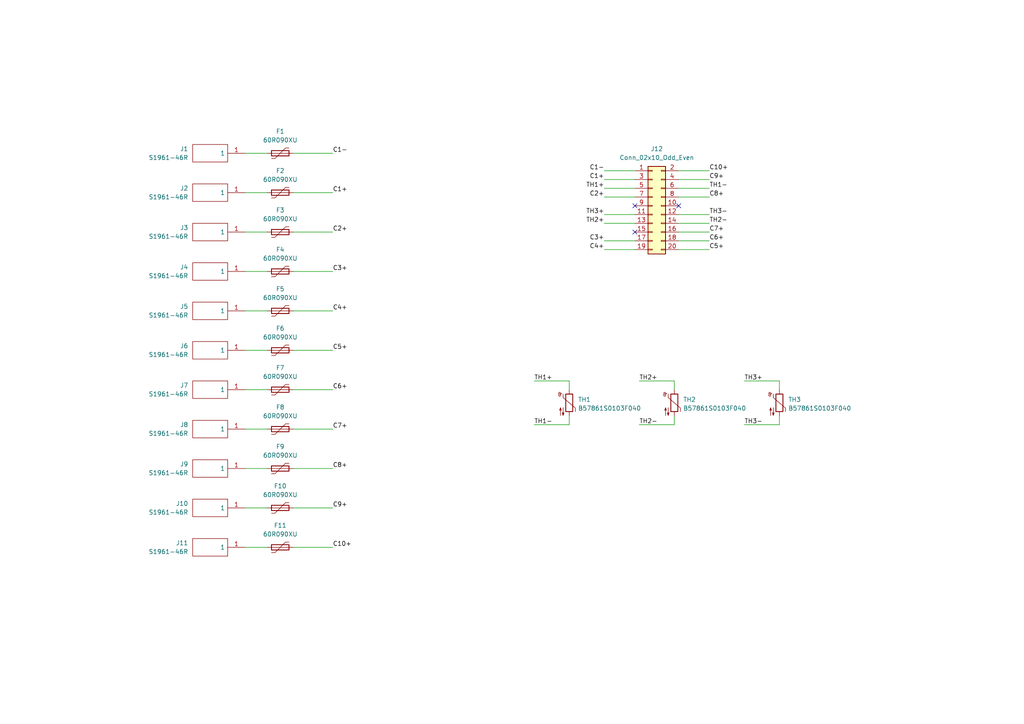
<source format=kicad_sch>
(kicad_sch (version 20230121) (generator eeschema)
  (paper "A4")
  (title_block (title "Accumulator Management System Measurement Board") (date "2023-08-12") (rev "${REVISION}") (company "Author: Bartłomiej Dymaczewski") (comment 1 "Reviewer:"))
  (lib_symbols
    (symbol "Connector_Generic:Conn_02x10_Odd_Even" (pin_names (offset 1.016) hide)
      (property "Reference" "J" (at 1.27 12.7 0))
      (property "Value" "Conn_02x10_Odd_Even" (at 1.27 -15.24 0))
      (symbol "Conn_02x10_Odd_Even_1_1"
        (rectangle (start -1.27 -12.573) (end 0 -12.827) (stroke (width 0.1524)))
        (rectangle (start -1.27 -10.033) (end 0 -10.287) (stroke (width 0.1524)))
        (rectangle (start -1.27 -7.493) (end 0 -7.747) (stroke (width 0.1524)))
        (rectangle (start -1.27 -4.953) (end 0 -5.207) (stroke (width 0.1524)))
        (rectangle (start -1.27 -2.413) (end 0 -2.667) (stroke (width 0.1524)))
        (rectangle (start -1.27 0.127) (end 0 -0.127) (stroke (width 0.1524)))
        (rectangle (start -1.27 2.667) (end 0 2.413) (stroke (width 0.1524)))
        (rectangle (start -1.27 5.207) (end 0 4.953) (stroke (width 0.1524)))
        (rectangle (start -1.27 7.747) (end 0 7.493) (stroke (width 0.1524)))
        (rectangle (start -1.27 10.287) (end 0 10.033) (stroke (width 0.1524)))
        (rectangle (start -1.27 11.43) (end 3.81 -13.97) (stroke (width 0.254)) (fill (type background)))
        (rectangle (start 3.81 -12.573) (end 2.54 -12.827) (stroke (width 0.1524)))
        (rectangle (start 3.81 -10.033) (end 2.54 -10.287) (stroke (width 0.1524)))
        (rectangle (start 3.81 -7.493) (end 2.54 -7.747) (stroke (width 0.1524)))
        (rectangle (start 3.81 -4.953) (end 2.54 -5.207) (stroke (width 0.1524)))
        (rectangle (start 3.81 -2.413) (end 2.54 -2.667) (stroke (width 0.1524)))
        (rectangle (start 3.81 0.127) (end 2.54 -0.127) (stroke (width 0.1524)))
        (rectangle (start 3.81 2.667) (end 2.54 2.413) (stroke (width 0.1524)))
        (rectangle (start 3.81 5.207) (end 2.54 4.953) (stroke (width 0.1524)))
        (rectangle (start 3.81 7.747) (end 2.54 7.493) (stroke (width 0.1524)))
        (rectangle (start 3.81 10.287) (end 2.54 10.033) (stroke (width 0.1524)))
        (pin passive line (at -5.08 10.16 0) (length 3.81) (name "Pin_1") (number "1"))
        (pin passive line (at 7.62 0 180) (length 3.81) (name "Pin_10") (number "10"))
        (pin passive line (at -5.08 -2.54 0) (length 3.81) (name "Pin_11") (number "11"))
        (pin passive line (at 7.62 -2.54 180) (length 3.81) (name "Pin_12") (number "12"))
        (pin passive line (at -5.08 -5.08 0) (length 3.81) (name "Pin_13") (number "13"))
        (pin passive line (at 7.62 -5.08 180) (length 3.81) (name "Pin_14") (number "14"))
        (pin passive line (at -5.08 -7.62 0) (length 3.81) (name "Pin_15") (number "15"))
        (pin passive line (at 7.62 -7.62 180) (length 3.81) (name "Pin_16") (number "16"))
        (pin passive line (at -5.08 -10.16 0) (length 3.81) (name "Pin_17") (number "17"))
        (pin passive line (at 7.62 -10.16 180) (length 3.81) (name "Pin_18") (number "18"))
        (pin passive line (at -5.08 -12.7 0) (length 3.81) (name "Pin_19") (number "19"))
        (pin passive line (at 7.62 10.16 180) (length 3.81) (name "Pin_2") (number "2"))
        (pin passive line (at 7.62 -12.7 180) (length 3.81) (name "Pin_20") (number "20"))
        (pin passive line (at -5.08 7.62 0) (length 3.81) (name "Pin_3") (number "3"))
        (pin passive line (at 7.62 7.62 180) (length 3.81) (name "Pin_4") (number "4"))
        (pin passive line (at -5.08 5.08 0) (length 3.81) (name "Pin_5") (number "5"))
        (pin passive line (at 7.62 5.08 180) (length 3.81) (name "Pin_6") (number "6"))
        (pin passive line (at -5.08 2.54 0) (length 3.81) (name "Pin_7") (number "7"))
        (pin passive line (at 7.62 2.54 180) (length 3.81) (name "Pin_8") (number "8"))
        (pin passive line (at -5.08 0 0) (length 3.81) (name "Pin_9") (number "9"))
      )
    )
    (symbol "Device:Polyfuse" (pin_numbers hide) (pin_names (offset 0))
      (property "Reference" "F" (at -2.54 0 90))
      (property "Value" "Polyfuse" (at 2.54 0 90))
      (symbol "Polyfuse_0_1"
        (rectangle (start -0.762 2.54) (end 0.762 -2.54) (stroke (width 0.254)))
        (polyline (pts (xy 0 2.54) (xy 0 -2.54)))
        (polyline (pts (xy -1.524 2.54) (xy -1.524 1.524) (xy 1.524 -1.524) (xy 1.524 -2.54)))
      )
      (symbol "Polyfuse_1_1"
        (pin passive line (at 0 3.81 270) (length 1.27) (name "~") (number "1"))
        (pin passive line (at 0 -3.81 90) (length 1.27) (name "~") (number "2"))
      )
    )
    (symbol "Device:Thermistor_NTC" (pin_numbers hide) (pin_names (offset 0))
      (property "Reference" "TH" (at -4.445 0 90))
      (property "Value" "Thermistor_NTC" (at 3.175 0 90))
      (symbol "Thermistor_NTC_0_1"
        (arc (start -3.048 2.159) (mid -3.0495 2.3143) (end -3.175 2.413))
        (arc (start -3.048 2.159) (mid -2.9736 1.9794) (end -2.794 1.905))
        (arc (start -3.048 2.794) (mid -2.9736 2.6144) (end -2.794 2.54))
        (arc (start -2.794 1.905) (mid -2.6144 1.9794) (end -2.54 2.159))
        (arc (start -2.794 2.54) (mid -2.4393 2.5587) (end -2.159 2.794))
        (arc (start -2.794 3.048) (mid -2.9736 2.9736) (end -3.048 2.794))
        (arc (start -2.54 2.794) (mid -2.6144 2.9736) (end -2.794 3.048))
        (rectangle (start -1.016 2.54) (end 1.016 -2.54) (stroke (width 0.254)))
        (polyline (pts (xy -2.54 2.159) (xy -2.54 2.794)))
        (polyline (pts (xy -1.778 2.54) (xy -1.778 1.524) (xy 1.778 -1.524) (xy 1.778 -2.54)))
        (polyline (pts (xy -2.54 -3.683) (xy -2.54 -1.397) (xy -2.794 -2.159) (xy -2.286 -2.159) (xy -2.54 -1.397) (xy -2.54 -1.651)) (fill (type outline)))
        (polyline (pts (xy -1.778 -1.397) (xy -1.778 -3.683) (xy -2.032 -2.921) (xy -1.524 -2.921) (xy -1.778 -3.683) (xy -1.778 -3.429)) (fill (type outline)))
      )
      (symbol "Thermistor_NTC_1_1"
        (pin passive line (at 0 3.81 270) (length 1.27) (name "~") (number "1"))
        (pin passive line (at 0 -3.81 90) (length 1.27) (name "~") (number "2"))
      )
    )
    (symbol "Spring_contant:S1961-46R" (pin_names (offset 0.762))
      (property "Reference" "J" (at 16.51 7.62 0))
      (property "Value" "S1961-46R" (at 16.51 5.08 0))
      (symbol "S1961-46R_0_0"
        (pin passive line (at 0 0 0) (length 5.08) (name "1") (number "1"))
      )
      (symbol "S1961-46R_0_1"
        (polyline (pts (xy 5.08 2.54) (xy 15.24 2.54) (xy 15.24 -2.54) (xy 5.08 -2.54) (xy 5.08 2.54)) (stroke (width 0.1524)))
      )
    )
  )
  (no_connect (at 196.85 59.69))
  (no_connect (at 184.15 67.31))
  (no_connect (at 184.15 59.69))
  (wire (pts (xy 71.12 101.6) (xy 77.47 101.6)))
  (wire (pts (xy 154.94 110.49) (xy 165.1 110.49)))
  (wire (pts (xy 85.09 44.45) (xy 96.52 44.45)))
  (wire (pts (xy 165.1 123.19) (xy 154.94 123.19)))
  (wire (pts (xy 71.12 90.17) (xy 77.47 90.17)))
  (wire (pts (xy 195.58 123.19) (xy 185.42 123.19)))
  (wire (pts (xy 85.09 90.17) (xy 96.52 90.17)))
  (wire (pts (xy 85.09 135.89) (xy 96.52 135.89)))
  (wire (pts (xy 196.85 67.31) (xy 205.74 67.31)))
  (wire (pts (xy 175.26 69.85) (xy 184.15 69.85)))
  (wire (pts (xy 165.1 110.49) (xy 165.1 113.03)))
  (wire (pts (xy 85.09 124.46) (xy 96.52 124.46)))
  (wire (pts (xy 175.26 62.23) (xy 184.15 62.23)))
  (wire (pts (xy 85.09 158.75) (xy 96.52 158.75)))
  (wire (pts (xy 175.26 49.53) (xy 184.15 49.53)))
  (wire (pts (xy 175.26 54.61) (xy 184.15 54.61)))
  (wire (pts (xy 71.12 78.74) (xy 77.47 78.74)))
  (wire (pts (xy 196.85 62.23) (xy 205.74 62.23)))
  (wire (pts (xy 85.09 147.32) (xy 96.52 147.32)))
  (wire (pts (xy 175.26 52.07) (xy 184.15 52.07)))
  (wire (pts (xy 226.06 120.65) (xy 226.06 123.19)))
  (wire (pts (xy 226.06 123.19) (xy 215.9 123.19)))
  (wire (pts (xy 175.26 72.39) (xy 184.15 72.39)))
  (wire (pts (xy 196.85 64.77) (xy 205.74 64.77)))
  (wire (pts (xy 71.12 44.45) (xy 77.47 44.45)))
  (wire (pts (xy 195.58 110.49) (xy 195.58 113.03)))
  (wire (pts (xy 71.12 67.31) (xy 77.47 67.31)))
  (wire (pts (xy 85.09 101.6) (xy 96.52 101.6)))
  (wire (pts (xy 85.09 78.74) (xy 96.52 78.74)))
  (wire (pts (xy 71.12 113.03) (xy 77.47 113.03)))
  (wire (pts (xy 185.42 110.49) (xy 195.58 110.49)))
  (wire (pts (xy 196.85 72.39) (xy 205.74 72.39)))
  (wire (pts (xy 71.12 124.46) (xy 77.47 124.46)))
  (wire (pts (xy 215.9 110.49) (xy 226.06 110.49)))
  (wire (pts (xy 175.26 57.15) (xy 184.15 57.15)))
  (wire (pts (xy 165.1 120.65) (xy 165.1 123.19)))
  (wire (pts (xy 196.85 49.53) (xy 205.74 49.53)))
  (wire (pts (xy 71.12 158.75) (xy 77.47 158.75)))
  (wire (pts (xy 71.12 135.89) (xy 77.47 135.89)))
  (wire (pts (xy 195.58 120.65) (xy 195.58 123.19)))
  (wire (pts (xy 71.12 55.88) (xy 77.47 55.88)))
  (wire (pts (xy 71.12 147.32) (xy 77.47 147.32)))
  (wire (pts (xy 175.26 64.77) (xy 184.15 64.77)))
  (wire (pts (xy 85.09 67.31) (xy 96.52 67.31)))
  (wire (pts (xy 85.09 113.03) (xy 96.52 113.03)))
  (wire (pts (xy 85.09 55.88) (xy 96.52 55.88)))
  (wire (pts (xy 196.85 52.07) (xy 205.74 52.07)))
  (wire (pts (xy 196.85 57.15) (xy 205.74 57.15)))
  (wire (pts (xy 196.85 54.61) (xy 205.74 54.61)))
  (wire (pts (xy 196.85 69.85) (xy 205.74 69.85)))
  (wire (pts (xy 226.06 110.49) (xy 226.06 113.03)))
  (label "C2+" (at 175.26 57.15 180))
  (label "C2+" (at 96.52 67.31 0))
  (label "C8+" (at 96.52 135.89 0))
  (label "C7+" (at 96.52 124.46 0))
  (label "C9+" (at 205.74 52.07 0))
  (label "TH3-" (at 205.74 62.23 0))
  (label "C8+" (at 205.74 57.15 0))
  (label "C1+" (at 175.26 52.07 180))
  (label "C1-" (at 96.52 44.45 0))
  (label "TH2+" (at 185.42 110.49 0))
  (label "C4+" (at 96.52 90.17 0))
  (label "TH1+" (at 175.26 54.61 180))
  (label "C5+" (at 96.52 101.6 0))
  (label "C4+" (at 175.26 72.39 180))
  (label "TH1+" (at 154.94 110.49 0))
  (label "C9+" (at 96.52 147.32 0))
  (label "TH3+" (at 175.26 62.23 180))
  (label "C5+" (at 205.74 72.39 0))
  (label "TH2-" (at 185.42 123.19 0))
  (label "C10+" (at 96.52 158.75 0))
  (label "C1-" (at 175.26 49.53 180))
  (label "TH1-" (at 205.74 54.61 0))
  (label "C3+" (at 175.26 69.85 180))
  (label "TH3-" (at 215.9 123.19 0))
  (label "C6+" (at 205.74 69.85 0))
  (label "TH3+" (at 215.9 110.49 0))
  (label "C3+" (at 96.52 78.74 0))
  (label "C6+" (at 96.52 113.03 0))
  (label "TH2+" (at 175.26 64.77 180))
  (label "TH2-" (at 205.74 64.77 0))
  (label "TH1-" (at 154.94 123.19 0))
  (label "C7+" (at 205.74 67.31 0))
  (label "C10+" (at 205.74 49.53 0))
  (label "C1+" (at 96.52 55.88 0))
  (symbol (lib_id "Spring_contant:S1961-46R") (at 71.12 113.03 0) (mirror y) (unit 1)
    (property "Reference" "J7" (at 54.61 111.76 0) (effects (justify left)))
    (property "Value" "S1961-46R" (at 54.61 114.3 0) (effects (justify left)))
    (property "Footprint" "Spring_Contact:S196146R" (effects hide))
    (property "Datasheet" "https://cdn.harwin.com/pdfs/S1961R.pdf" (effects hide))
    (property "Description" "Multi-Directional Spring Contact (also known as Grounding Contact or Shield Finger), SMT, 3.5mm high, tin" (effects hide))
    (property "Height" "3.75" (effects hide))
    (property "Mouser Part Number" "855-S1961-46R" (effects hide))
    (property "Mouser Price/Stock" "https://www.mouser.co.uk/ProductDetail/Harwin/S1961-46R?qs=iLbezkQI%252BsjUrs7v85zy7g%3D%3D" (effects hide))
    (property "Manufacturer_Name" "Harwin" (effects hide))
    (property "Manufacturer_Part_Number" "S1961-46R" (effects hide))
  )
  (symbol (lib_id "Spring_contant:S1961-46R") (at 71.12 67.31 0) (mirror y) (unit 1)
    (property "Reference" "J3" (at 54.61 66.04 0) (effects (justify left)))
    (property "Value" "S1961-46R" (at 54.61 68.58 0) (effects (justify left)))
    (property "Footprint" "Spring_Contact:S196146R" (effects hide))
    (property "Datasheet" "https://cdn.harwin.com/pdfs/S1961R.pdf" (effects hide))
    (property "Description" "Multi-Directional Spring Contact (also known as Grounding Contact or Shield Finger), SMT, 3.5mm high, tin" (effects hide))
    (property "Height" "3.75" (effects hide))
    (property "Mouser Part Number" "855-S1961-46R" (effects hide))
    (property "Mouser Price/Stock" "https://www.mouser.co.uk/ProductDetail/Harwin/S1961-46R?qs=iLbezkQI%252BsjUrs7v85zy7g%3D%3D" (effects hide))
    (property "Manufacturer_Name" "Harwin" (effects hide))
    (property "Manufacturer_Part_Number" "S1961-46R" (effects hide))
  )
  (symbol (lib_id "Connector_Generic:Conn_02x10_Odd_Even") (at 189.23 59.69 0) (unit 1)
    (property "Reference" "J12" (at 190.5 43.18 0))
    (property "Value" "Conn_02x10_Odd_Even" (at 190.5 45.72 0))
    (property "Footprint" "Connector_IDC:IDC-Header_2x10_P2.54mm_Vertical" (effects hide))
  )
  (symbol (lib_id "Spring_contant:S1961-46R") (at 71.12 44.45 0) (mirror y) (unit 1)
    (property "Reference" "J1" (at 54.61 43.18 0) (effects (justify left)))
    (property "Value" "S1961-46R" (at 54.61 45.72 0) (effects (justify left)))
    (property "Footprint" "Spring_Contact:S196146R" (effects hide))
    (property "Datasheet" "https://cdn.harwin.com/pdfs/S1961R.pdf" (effects hide))
    (property "Description" "Multi-Directional Spring Contact (also known as Grounding Contact or Shield Finger), SMT, 3.5mm high, tin" (effects hide))
    (property "Height" "3.75" (effects hide))
    (property "Mouser Part Number" "855-S1961-46R" (effects hide))
    (property "Mouser Price/Stock" "https://www.mouser.co.uk/ProductDetail/Harwin/S1961-46R?qs=iLbezkQI%252BsjUrs7v85zy7g%3D%3D" (effects hide))
    (property "Manufacturer_Name" "Harwin" (effects hide))
    (property "Manufacturer_Part_Number" "S1961-46R" (effects hide))
  )
  (symbol (lib_id "Device:Polyfuse") (at 81.28 67.31 90) (unit 1)
    (property "Reference" "F3" (at 81.28 60.96 90))
    (property "Value" "60R090XU" (at 81.28 63.5 90))
    (property "Footprint" "Fuse:Fuse_Bourns_MF-RG600" (effects hide))
  )
  (symbol (lib_id "Device:Polyfuse") (at 81.28 113.03 90) (unit 1)
    (property "Reference" "F7" (at 81.28 106.68 90))
    (property "Value" "60R090XU" (at 81.28 109.22 90))
    (property "Footprint" "Fuse:Fuse_Bourns_MF-RG600" (effects hide))
  )
  (symbol (lib_id "Device:Polyfuse") (at 81.28 78.74 90) (unit 1)
    (property "Reference" "F4" (at 81.28 72.39 90))
    (property "Value" "60R090XU" (at 81.28 74.93 90))
    (property "Footprint" "Fuse:Fuse_Bourns_MF-RG600" (effects hide))
  )
  (symbol (lib_id "Device:Polyfuse") (at 81.28 135.89 90) (unit 1)
    (property "Reference" "F9" (at 81.28 129.54 90))
    (property "Value" "60R090XU" (at 81.28 132.08 90))
    (property "Footprint" "Fuse:Fuse_Bourns_MF-RG600" (effects hide))
  )
  (symbol (lib_id "Spring_contant:S1961-46R") (at 71.12 101.6 0) (mirror y) (unit 1)
    (property "Reference" "J6" (at 54.61 100.33 0) (effects (justify left)))
    (property "Value" "S1961-46R" (at 54.61 102.87 0) (effects (justify left)))
    (property "Footprint" "Spring_Contact:S196146R" (effects hide))
    (property "Datasheet" "https://cdn.harwin.com/pdfs/S1961R.pdf" (effects hide))
    (property "Description" "Multi-Directional Spring Contact (also known as Grounding Contact or Shield Finger), SMT, 3.5mm high, tin" (effects hide))
    (property "Height" "3.75" (effects hide))
    (property "Mouser Part Number" "855-S1961-46R" (effects hide))
    (property "Mouser Price/Stock" "https://www.mouser.co.uk/ProductDetail/Harwin/S1961-46R?qs=iLbezkQI%252BsjUrs7v85zy7g%3D%3D" (effects hide))
    (property "Manufacturer_Name" "Harwin" (effects hide))
    (property "Manufacturer_Part_Number" "S1961-46R" (effects hide))
  )
  (symbol (lib_id "Device:Polyfuse") (at 81.28 55.88 90) (unit 1)
    (property "Reference" "F2" (at 81.28 49.53 90))
    (property "Value" "60R090XU" (at 81.28 52.07 90))
    (property "Footprint" "Fuse:Fuse_Bourns_MF-RG600" (effects hide))
  )
  (symbol (lib_id "Spring_contant:S1961-46R") (at 71.12 90.17 0) (mirror y) (unit 1)
    (property "Reference" "J5" (at 54.61 88.9 0) (effects (justify left)))
    (property "Value" "S1961-46R" (at 54.61 91.44 0) (effects (justify left)))
    (property "Footprint" "Spring_Contact:S196146R" (effects hide))
    (property "Datasheet" "https://cdn.harwin.com/pdfs/S1961R.pdf" (effects hide))
    (property "Description" "Multi-Directional Spring Contact (also known as Grounding Contact or Shield Finger), SMT, 3.5mm high, tin" (effects hide))
    (property "Height" "3.75" (effects hide))
    (property "Mouser Part Number" "855-S1961-46R" (effects hide))
    (property "Mouser Price/Stock" "https://www.mouser.co.uk/ProductDetail/Harwin/S1961-46R?qs=iLbezkQI%252BsjUrs7v85zy7g%3D%3D" (effects hide))
    (property "Manufacturer_Name" "Harwin" (effects hide))
    (property "Manufacturer_Part_Number" "S1961-46R" (effects hide))
  )
  (symbol (lib_id "Spring_contant:S1961-46R") (at 71.12 124.46 0) (mirror y) (unit 1)
    (property "Reference" "J8" (at 54.61 123.19 0) (effects (justify left)))
    (property "Value" "S1961-46R" (at 54.61 125.73 0) (effects (justify left)))
    (property "Footprint" "Spring_Contact:S196146R" (effects hide))
    (property "Datasheet" "https://cdn.harwin.com/pdfs/S1961R.pdf" (effects hide))
    (property "Description" "Multi-Directional Spring Contact (also known as Grounding Contact or Shield Finger), SMT, 3.5mm high, tin" (effects hide))
    (property "Height" "3.75" (effects hide))
    (property "Mouser Part Number" "855-S1961-46R" (effects hide))
    (property "Mouser Price/Stock" "https://www.mouser.co.uk/ProductDetail/Harwin/S1961-46R?qs=iLbezkQI%252BsjUrs7v85zy7g%3D%3D" (effects hide))
    (property "Manufacturer_Name" "Harwin" (effects hide))
    (property "Manufacturer_Part_Number" "S1961-46R" (effects hide))
  )
  (symbol (lib_id "Device:Thermistor_NTC") (at 195.58 116.84 0) (unit 1)
    (property "Reference" "TH2" (at 198.12 115.8875 0) (effects (justify left)))
    (property "Value" "B57861S0103F040" (at 198.12 118.4275 0) (effects (justify left)))
    (property "Footprint" "Connector_PinHeader_1.27mm:PinHeader_1x02_P1.27mm_Vertical" (effects hide))
  )
  (symbol (lib_id "Device:Polyfuse") (at 81.28 44.45 90) (unit 1)
    (property "Reference" "F1" (at 81.28 38.1 90))
    (property "Value" "60R090XU" (at 81.28 40.64 90))
    (property "Footprint" "Fuse:Fuse_Bourns_MF-RG600" (effects hide))
  )
  (symbol (lib_id "Spring_contant:S1961-46R") (at 71.12 78.74 0) (mirror y) (unit 1)
    (property "Reference" "J4" (at 54.61 77.47 0) (effects (justify left)))
    (property "Value" "S1961-46R" (at 54.61 80.01 0) (effects (justify left)))
    (property "Footprint" "Spring_Contact:S196146R" (effects hide))
    (property "Datasheet" "https://cdn.harwin.com/pdfs/S1961R.pdf" (effects hide))
    (property "Description" "Multi-Directional Spring Contact (also known as Grounding Contact or Shield Finger), SMT, 3.5mm high, tin" (effects hide))
    (property "Height" "3.75" (effects hide))
    (property "Mouser Part Number" "855-S1961-46R" (effects hide))
    (property "Mouser Price/Stock" "https://www.mouser.co.uk/ProductDetail/Harwin/S1961-46R?qs=iLbezkQI%252BsjUrs7v85zy7g%3D%3D" (effects hide))
    (property "Manufacturer_Name" "Harwin" (effects hide))
    (property "Manufacturer_Part_Number" "S1961-46R" (effects hide))
  )
  (symbol (lib_id "Device:Thermistor_NTC") (at 165.1 116.84 0) (unit 1)
    (property "Reference" "TH1" (at 167.64 115.8875 0) (effects (justify left)))
    (property "Value" "B57861S0103F040" (at 167.64 118.4275 0) (effects (justify left)))
    (property "Footprint" "Connector_PinHeader_1.27mm:PinHeader_1x02_P1.27mm_Vertical" (effects hide))
  )
  (symbol (lib_id "Device:Polyfuse") (at 81.28 90.17 90) (unit 1)
    (property "Reference" "F5" (at 81.28 83.82 90))
    (property "Value" "60R090XU" (at 81.28 86.36 90))
    (property "Footprint" "Fuse:Fuse_Bourns_MF-RG600" (effects hide))
  )
  (symbol (lib_id "Device:Polyfuse") (at 81.28 147.32 90) (unit 1)
    (property "Reference" "F10" (at 81.28 140.97 90))
    (property "Value" "60R090XU" (at 81.28 143.51 90))
    (property "Footprint" "Fuse:Fuse_Bourns_MF-RG600" (effects hide))
  )
  (symbol (lib_id "Spring_contant:S1961-46R") (at 71.12 55.88 0) (mirror y) (unit 1)
    (property "Reference" "J2" (at 54.61 54.61 0) (effects (justify left)))
    (property "Value" "S1961-46R" (at 54.61 57.15 0) (effects (justify left)))
    (property "Footprint" "Spring_Contact:S196146R" (effects hide))
    (property "Datasheet" "https://cdn.harwin.com/pdfs/S1961R.pdf" (effects hide))
    (property "Description" "Multi-Directional Spring Contact (also known as Grounding Contact or Shield Finger), SMT, 3.5mm high, tin" (effects hide))
    (property "Height" "3.75" (effects hide))
    (property "Mouser Part Number" "855-S1961-46R" (effects hide))
    (property "Mouser Price/Stock" "https://www.mouser.co.uk/ProductDetail/Harwin/S1961-46R?qs=iLbezkQI%252BsjUrs7v85zy7g%3D%3D" (effects hide))
    (property "Manufacturer_Name" "Harwin" (effects hide))
    (property "Manufacturer_Part_Number" "S1961-46R" (effects hide))
  )
  (symbol (lib_id "Spring_contant:S1961-46R") (at 71.12 158.75 0) (mirror y) (unit 1)
    (property "Reference" "J11" (at 54.61 157.48 0) (effects (justify left)))
    (property "Value" "S1961-46R" (at 54.61 160.02 0) (effects (justify left)))
    (property "Footprint" "Spring_Contact:S196146R" (effects hide))
    (property "Datasheet" "https://cdn.harwin.com/pdfs/S1961R.pdf" (effects hide))
    (property "Description" "Multi-Directional Spring Contact (also known as Grounding Contact or Shield Finger), SMT, 3.5mm high, tin" (effects hide))
    (property "Height" "3.75" (effects hide))
    (property "Mouser Part Number" "855-S1961-46R" (effects hide))
    (property "Mouser Price/Stock" "https://www.mouser.co.uk/ProductDetail/Harwin/S1961-46R?qs=iLbezkQI%252BsjUrs7v85zy7g%3D%3D" (effects hide))
    (property "Manufacturer_Name" "Harwin" (effects hide))
    (property "Manufacturer_Part_Number" "S1961-46R" (effects hide))
  )
  (symbol (lib_id "Spring_contant:S1961-46R") (at 71.12 135.89 0) (mirror y) (unit 1)
    (property "Reference" "J9" (at 54.61 134.62 0) (effects (justify left)))
    (property "Value" "S1961-46R" (at 54.61 137.16 0) (effects (justify left)))
    (property "Footprint" "Spring_Contact:S196146R" (effects hide))
    (property "Datasheet" "https://cdn.harwin.com/pdfs/S1961R.pdf" (effects hide))
    (property "Description" "Multi-Directional Spring Contact (also known as Grounding Contact or Shield Finger), SMT, 3.5mm high, tin" (effects hide))
    (property "Height" "3.75" (effects hide))
    (property "Mouser Part Number" "855-S1961-46R" (effects hide))
    (property "Mouser Price/Stock" "https://www.mouser.co.uk/ProductDetail/Harwin/S1961-46R?qs=iLbezkQI%252BsjUrs7v85zy7g%3D%3D" (effects hide))
    (property "Manufacturer_Name" "Harwin" (effects hide))
    (property "Manufacturer_Part_Number" "S1961-46R" (effects hide))
  )
  (symbol (lib_id "Device:Polyfuse") (at 81.28 158.75 90) (unit 1)
    (property "Reference" "F11" (at 81.28 152.4 90))
    (property "Value" "60R090XU" (at 81.28 154.94 90))
    (property "Footprint" "Fuse:Fuse_Bourns_MF-RG600" (effects hide))
  )
  (symbol (lib_id "Device:Polyfuse") (at 81.28 124.46 90) (unit 1)
    (property "Reference" "F8" (at 81.28 118.11 90))
    (property "Value" "60R090XU" (at 81.28 120.65 90))
    (property "Footprint" "Fuse:Fuse_Bourns_MF-RG600" (effects hide))
  )
  (symbol (lib_id "Device:Thermistor_NTC") (at 226.06 116.84 0) (unit 1)
    (property "Reference" "TH3" (at 228.6 115.8875 0) (effects (justify left)))
    (property "Value" "B57861S0103F040" (at 228.6 118.4275 0) (effects (justify left)))
    (property "Footprint" "Connector_PinHeader_1.27mm:PinHeader_1x02_P1.27mm_Vertical" (effects hide))
  )
  (symbol (lib_id "Device:Polyfuse") (at 81.28 101.6 90) (unit 1)
    (property "Reference" "F6" (at 81.28 95.25 90))
    (property "Value" "60R090XU" (at 81.28 97.79 90))
    (property "Footprint" "Fuse:Fuse_Bourns_MF-RG600" (effects hide))
  )
  (symbol (lib_id "Spring_contant:S1961-46R") (at 71.12 147.32 0) (mirror y) (unit 1)
    (property "Reference" "J10" (at 54.61 146.05 0) (effects (justify left)))
    (property "Value" "S1961-46R" (at 54.61 148.59 0) (effects (justify left)))
    (property "Footprint" "Spring_Contact:S196146R" (effects hide))
    (property "Datasheet" "https://cdn.harwin.com/pdfs/S1961R.pdf" (effects hide))
    (property "Description" "Multi-Directional Spring Contact (also known as Grounding Contact or Shield Finger), SMT, 3.5mm high, tin" (effects hide))
    (property "Height" "3.75" (effects hide))
    (property "Mouser Part Number" "855-S1961-46R" (effects hide))
    (property "Mouser Price/Stock" "https://www.mouser.co.uk/ProductDetail/Harwin/S1961-46R?qs=iLbezkQI%252BsjUrs7v85zy7g%3D%3D" (effects hide))
    (property "Manufacturer_Name" "Harwin" (effects hide))
    (property "Manufacturer_Part_Number" "S1961-46R" (effects hide))
  )
)
</source>
